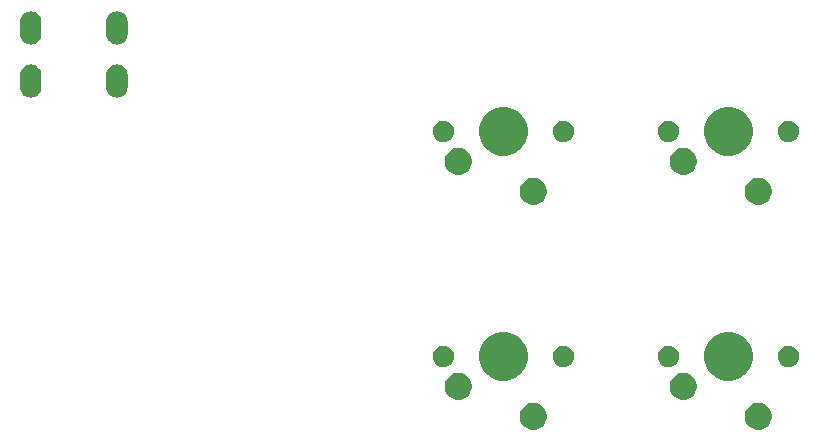
<source format=gts>
G04 #@! TF.GenerationSoftware,KiCad,Pcbnew,(5.1.5)-3*
G04 #@! TF.CreationDate,2020-04-03T11:19:55-04:00*
G04 #@! TF.ProjectId,Claw10 PCB,436c6177-3130-4205-9043-422e6b696361,rev?*
G04 #@! TF.SameCoordinates,Original*
G04 #@! TF.FileFunction,Soldermask,Top*
G04 #@! TF.FilePolarity,Negative*
%FSLAX46Y46*%
G04 Gerber Fmt 4.6, Leading zero omitted, Abs format (unit mm)*
G04 Created by KiCad (PCBNEW (5.1.5)-3) date 2020-04-03 11:19:55*
%MOMM*%
%LPD*%
G04 APERTURE LIST*
%ADD10C,0.100000*%
G04 APERTURE END LIST*
D10*
G36*
X104999549Y-51258616D02*
G01*
X105110734Y-51280732D01*
X105320203Y-51367497D01*
X105508720Y-51493460D01*
X105669040Y-51653780D01*
X105795003Y-51842297D01*
X105881768Y-52051766D01*
X105926000Y-52274136D01*
X105926000Y-52500864D01*
X105881768Y-52723234D01*
X105795003Y-52932703D01*
X105669040Y-53121220D01*
X105508720Y-53281540D01*
X105320203Y-53407503D01*
X105110734Y-53494268D01*
X104999549Y-53516384D01*
X104888365Y-53538500D01*
X104661635Y-53538500D01*
X104550451Y-53516384D01*
X104439266Y-53494268D01*
X104229797Y-53407503D01*
X104041280Y-53281540D01*
X103880960Y-53121220D01*
X103754997Y-52932703D01*
X103668232Y-52723234D01*
X103624000Y-52500864D01*
X103624000Y-52274136D01*
X103668232Y-52051766D01*
X103754997Y-51842297D01*
X103880960Y-51653780D01*
X104041280Y-51493460D01*
X104229797Y-51367497D01*
X104439266Y-51280732D01*
X104550451Y-51258616D01*
X104661635Y-51236500D01*
X104888365Y-51236500D01*
X104999549Y-51258616D01*
G37*
G36*
X85949549Y-51258616D02*
G01*
X86060734Y-51280732D01*
X86270203Y-51367497D01*
X86458720Y-51493460D01*
X86619040Y-51653780D01*
X86745003Y-51842297D01*
X86831768Y-52051766D01*
X86876000Y-52274136D01*
X86876000Y-52500864D01*
X86831768Y-52723234D01*
X86745003Y-52932703D01*
X86619040Y-53121220D01*
X86458720Y-53281540D01*
X86270203Y-53407503D01*
X86060734Y-53494268D01*
X85949549Y-53516384D01*
X85838365Y-53538500D01*
X85611635Y-53538500D01*
X85500451Y-53516384D01*
X85389266Y-53494268D01*
X85179797Y-53407503D01*
X84991280Y-53281540D01*
X84830960Y-53121220D01*
X84704997Y-52932703D01*
X84618232Y-52723234D01*
X84574000Y-52500864D01*
X84574000Y-52274136D01*
X84618232Y-52051766D01*
X84704997Y-51842297D01*
X84830960Y-51653780D01*
X84991280Y-51493460D01*
X85179797Y-51367497D01*
X85389266Y-51280732D01*
X85500451Y-51258616D01*
X85611635Y-51236500D01*
X85838365Y-51236500D01*
X85949549Y-51258616D01*
G37*
G36*
X98649549Y-48718616D02*
G01*
X98760734Y-48740732D01*
X98970203Y-48827497D01*
X99158720Y-48953460D01*
X99319040Y-49113780D01*
X99445003Y-49302297D01*
X99531768Y-49511766D01*
X99576000Y-49734136D01*
X99576000Y-49960864D01*
X99531768Y-50183234D01*
X99445003Y-50392703D01*
X99319040Y-50581220D01*
X99158720Y-50741540D01*
X98970203Y-50867503D01*
X98760734Y-50954268D01*
X98649549Y-50976384D01*
X98538365Y-50998500D01*
X98311635Y-50998500D01*
X98200451Y-50976384D01*
X98089266Y-50954268D01*
X97879797Y-50867503D01*
X97691280Y-50741540D01*
X97530960Y-50581220D01*
X97404997Y-50392703D01*
X97318232Y-50183234D01*
X97274000Y-49960864D01*
X97274000Y-49734136D01*
X97318232Y-49511766D01*
X97404997Y-49302297D01*
X97530960Y-49113780D01*
X97691280Y-48953460D01*
X97879797Y-48827497D01*
X98089266Y-48740732D01*
X98200451Y-48718616D01*
X98311635Y-48696500D01*
X98538365Y-48696500D01*
X98649549Y-48718616D01*
G37*
G36*
X79599549Y-48718616D02*
G01*
X79710734Y-48740732D01*
X79920203Y-48827497D01*
X80108720Y-48953460D01*
X80269040Y-49113780D01*
X80395003Y-49302297D01*
X80481768Y-49511766D01*
X80526000Y-49734136D01*
X80526000Y-49960864D01*
X80481768Y-50183234D01*
X80395003Y-50392703D01*
X80269040Y-50581220D01*
X80108720Y-50741540D01*
X79920203Y-50867503D01*
X79710734Y-50954268D01*
X79599549Y-50976384D01*
X79488365Y-50998500D01*
X79261635Y-50998500D01*
X79150451Y-50976384D01*
X79039266Y-50954268D01*
X78829797Y-50867503D01*
X78641280Y-50741540D01*
X78480960Y-50581220D01*
X78354997Y-50392703D01*
X78268232Y-50183234D01*
X78224000Y-49960864D01*
X78224000Y-49734136D01*
X78268232Y-49511766D01*
X78354997Y-49302297D01*
X78480960Y-49113780D01*
X78641280Y-48953460D01*
X78829797Y-48827497D01*
X79039266Y-48740732D01*
X79150451Y-48718616D01*
X79261635Y-48696500D01*
X79488365Y-48696500D01*
X79599549Y-48718616D01*
G37*
G36*
X102833254Y-45335318D02*
G01*
X103206511Y-45489926D01*
X103206513Y-45489927D01*
X103542436Y-45714384D01*
X103828116Y-46000064D01*
X104052574Y-46335989D01*
X104207182Y-46709246D01*
X104286000Y-47105493D01*
X104286000Y-47509507D01*
X104207182Y-47905754D01*
X104052574Y-48279011D01*
X104052573Y-48279013D01*
X103828116Y-48614936D01*
X103542436Y-48900616D01*
X103206513Y-49125073D01*
X103206512Y-49125074D01*
X103206511Y-49125074D01*
X102833254Y-49279682D01*
X102437007Y-49358500D01*
X102032993Y-49358500D01*
X101636746Y-49279682D01*
X101263489Y-49125074D01*
X101263488Y-49125074D01*
X101263487Y-49125073D01*
X100927564Y-48900616D01*
X100641884Y-48614936D01*
X100417427Y-48279013D01*
X100417426Y-48279011D01*
X100262818Y-47905754D01*
X100184000Y-47509507D01*
X100184000Y-47105493D01*
X100262818Y-46709246D01*
X100417426Y-46335989D01*
X100641884Y-46000064D01*
X100927564Y-45714384D01*
X101263487Y-45489927D01*
X101263489Y-45489926D01*
X101636746Y-45335318D01*
X102032993Y-45256500D01*
X102437007Y-45256500D01*
X102833254Y-45335318D01*
G37*
G36*
X83783254Y-45335318D02*
G01*
X84156511Y-45489926D01*
X84156513Y-45489927D01*
X84492436Y-45714384D01*
X84778116Y-46000064D01*
X85002574Y-46335989D01*
X85157182Y-46709246D01*
X85236000Y-47105493D01*
X85236000Y-47509507D01*
X85157182Y-47905754D01*
X85002574Y-48279011D01*
X85002573Y-48279013D01*
X84778116Y-48614936D01*
X84492436Y-48900616D01*
X84156513Y-49125073D01*
X84156512Y-49125074D01*
X84156511Y-49125074D01*
X83783254Y-49279682D01*
X83387007Y-49358500D01*
X82982993Y-49358500D01*
X82586746Y-49279682D01*
X82213489Y-49125074D01*
X82213488Y-49125074D01*
X82213487Y-49125073D01*
X81877564Y-48900616D01*
X81591884Y-48614936D01*
X81367427Y-48279013D01*
X81367426Y-48279011D01*
X81212818Y-47905754D01*
X81134000Y-47509507D01*
X81134000Y-47105493D01*
X81212818Y-46709246D01*
X81367426Y-46335989D01*
X81591884Y-46000064D01*
X81877564Y-45714384D01*
X82213487Y-45489927D01*
X82213489Y-45489926D01*
X82586746Y-45335318D01*
X82982993Y-45256500D01*
X83387007Y-45256500D01*
X83783254Y-45335318D01*
G37*
G36*
X107428512Y-46411427D02*
G01*
X107577812Y-46441124D01*
X107741784Y-46509044D01*
X107889354Y-46607647D01*
X108014853Y-46733146D01*
X108113456Y-46880716D01*
X108181376Y-47044688D01*
X108216000Y-47218759D01*
X108216000Y-47396241D01*
X108181376Y-47570312D01*
X108113456Y-47734284D01*
X108014853Y-47881854D01*
X107889354Y-48007353D01*
X107741784Y-48105956D01*
X107577812Y-48173876D01*
X107428512Y-48203573D01*
X107403742Y-48208500D01*
X107226258Y-48208500D01*
X107201488Y-48203573D01*
X107052188Y-48173876D01*
X106888216Y-48105956D01*
X106740646Y-48007353D01*
X106615147Y-47881854D01*
X106516544Y-47734284D01*
X106448624Y-47570312D01*
X106414000Y-47396241D01*
X106414000Y-47218759D01*
X106448624Y-47044688D01*
X106516544Y-46880716D01*
X106615147Y-46733146D01*
X106740646Y-46607647D01*
X106888216Y-46509044D01*
X107052188Y-46441124D01*
X107201488Y-46411427D01*
X107226258Y-46406500D01*
X107403742Y-46406500D01*
X107428512Y-46411427D01*
G37*
G36*
X97268512Y-46411427D02*
G01*
X97417812Y-46441124D01*
X97581784Y-46509044D01*
X97729354Y-46607647D01*
X97854853Y-46733146D01*
X97953456Y-46880716D01*
X98021376Y-47044688D01*
X98056000Y-47218759D01*
X98056000Y-47396241D01*
X98021376Y-47570312D01*
X97953456Y-47734284D01*
X97854853Y-47881854D01*
X97729354Y-48007353D01*
X97581784Y-48105956D01*
X97417812Y-48173876D01*
X97268512Y-48203573D01*
X97243742Y-48208500D01*
X97066258Y-48208500D01*
X97041488Y-48203573D01*
X96892188Y-48173876D01*
X96728216Y-48105956D01*
X96580646Y-48007353D01*
X96455147Y-47881854D01*
X96356544Y-47734284D01*
X96288624Y-47570312D01*
X96254000Y-47396241D01*
X96254000Y-47218759D01*
X96288624Y-47044688D01*
X96356544Y-46880716D01*
X96455147Y-46733146D01*
X96580646Y-46607647D01*
X96728216Y-46509044D01*
X96892188Y-46441124D01*
X97041488Y-46411427D01*
X97066258Y-46406500D01*
X97243742Y-46406500D01*
X97268512Y-46411427D01*
G37*
G36*
X88378512Y-46411427D02*
G01*
X88527812Y-46441124D01*
X88691784Y-46509044D01*
X88839354Y-46607647D01*
X88964853Y-46733146D01*
X89063456Y-46880716D01*
X89131376Y-47044688D01*
X89166000Y-47218759D01*
X89166000Y-47396241D01*
X89131376Y-47570312D01*
X89063456Y-47734284D01*
X88964853Y-47881854D01*
X88839354Y-48007353D01*
X88691784Y-48105956D01*
X88527812Y-48173876D01*
X88378512Y-48203573D01*
X88353742Y-48208500D01*
X88176258Y-48208500D01*
X88151488Y-48203573D01*
X88002188Y-48173876D01*
X87838216Y-48105956D01*
X87690646Y-48007353D01*
X87565147Y-47881854D01*
X87466544Y-47734284D01*
X87398624Y-47570312D01*
X87364000Y-47396241D01*
X87364000Y-47218759D01*
X87398624Y-47044688D01*
X87466544Y-46880716D01*
X87565147Y-46733146D01*
X87690646Y-46607647D01*
X87838216Y-46509044D01*
X88002188Y-46441124D01*
X88151488Y-46411427D01*
X88176258Y-46406500D01*
X88353742Y-46406500D01*
X88378512Y-46411427D01*
G37*
G36*
X78218512Y-46411427D02*
G01*
X78367812Y-46441124D01*
X78531784Y-46509044D01*
X78679354Y-46607647D01*
X78804853Y-46733146D01*
X78903456Y-46880716D01*
X78971376Y-47044688D01*
X79006000Y-47218759D01*
X79006000Y-47396241D01*
X78971376Y-47570312D01*
X78903456Y-47734284D01*
X78804853Y-47881854D01*
X78679354Y-48007353D01*
X78531784Y-48105956D01*
X78367812Y-48173876D01*
X78218512Y-48203573D01*
X78193742Y-48208500D01*
X78016258Y-48208500D01*
X77991488Y-48203573D01*
X77842188Y-48173876D01*
X77678216Y-48105956D01*
X77530646Y-48007353D01*
X77405147Y-47881854D01*
X77306544Y-47734284D01*
X77238624Y-47570312D01*
X77204000Y-47396241D01*
X77204000Y-47218759D01*
X77238624Y-47044688D01*
X77306544Y-46880716D01*
X77405147Y-46733146D01*
X77530646Y-46607647D01*
X77678216Y-46509044D01*
X77842188Y-46441124D01*
X77991488Y-46411427D01*
X78016258Y-46406500D01*
X78193742Y-46406500D01*
X78218512Y-46411427D01*
G37*
G36*
X104999549Y-32208616D02*
G01*
X105110734Y-32230732D01*
X105320203Y-32317497D01*
X105508720Y-32443460D01*
X105669040Y-32603780D01*
X105795003Y-32792297D01*
X105881768Y-33001766D01*
X105926000Y-33224136D01*
X105926000Y-33450864D01*
X105881768Y-33673234D01*
X105795003Y-33882703D01*
X105669040Y-34071220D01*
X105508720Y-34231540D01*
X105320203Y-34357503D01*
X105110734Y-34444268D01*
X104999549Y-34466384D01*
X104888365Y-34488500D01*
X104661635Y-34488500D01*
X104550451Y-34466384D01*
X104439266Y-34444268D01*
X104229797Y-34357503D01*
X104041280Y-34231540D01*
X103880960Y-34071220D01*
X103754997Y-33882703D01*
X103668232Y-33673234D01*
X103624000Y-33450864D01*
X103624000Y-33224136D01*
X103668232Y-33001766D01*
X103754997Y-32792297D01*
X103880960Y-32603780D01*
X104041280Y-32443460D01*
X104229797Y-32317497D01*
X104439266Y-32230732D01*
X104550451Y-32208616D01*
X104661635Y-32186500D01*
X104888365Y-32186500D01*
X104999549Y-32208616D01*
G37*
G36*
X85949549Y-32208616D02*
G01*
X86060734Y-32230732D01*
X86270203Y-32317497D01*
X86458720Y-32443460D01*
X86619040Y-32603780D01*
X86745003Y-32792297D01*
X86831768Y-33001766D01*
X86876000Y-33224136D01*
X86876000Y-33450864D01*
X86831768Y-33673234D01*
X86745003Y-33882703D01*
X86619040Y-34071220D01*
X86458720Y-34231540D01*
X86270203Y-34357503D01*
X86060734Y-34444268D01*
X85949549Y-34466384D01*
X85838365Y-34488500D01*
X85611635Y-34488500D01*
X85500451Y-34466384D01*
X85389266Y-34444268D01*
X85179797Y-34357503D01*
X84991280Y-34231540D01*
X84830960Y-34071220D01*
X84704997Y-33882703D01*
X84618232Y-33673234D01*
X84574000Y-33450864D01*
X84574000Y-33224136D01*
X84618232Y-33001766D01*
X84704997Y-32792297D01*
X84830960Y-32603780D01*
X84991280Y-32443460D01*
X85179797Y-32317497D01*
X85389266Y-32230732D01*
X85500451Y-32208616D01*
X85611635Y-32186500D01*
X85838365Y-32186500D01*
X85949549Y-32208616D01*
G37*
G36*
X79599549Y-29668616D02*
G01*
X79710734Y-29690732D01*
X79920203Y-29777497D01*
X80108720Y-29903460D01*
X80269040Y-30063780D01*
X80395003Y-30252297D01*
X80481768Y-30461766D01*
X80526000Y-30684136D01*
X80526000Y-30910864D01*
X80481768Y-31133234D01*
X80395003Y-31342703D01*
X80269040Y-31531220D01*
X80108720Y-31691540D01*
X79920203Y-31817503D01*
X79710734Y-31904268D01*
X79599549Y-31926384D01*
X79488365Y-31948500D01*
X79261635Y-31948500D01*
X79150451Y-31926384D01*
X79039266Y-31904268D01*
X78829797Y-31817503D01*
X78641280Y-31691540D01*
X78480960Y-31531220D01*
X78354997Y-31342703D01*
X78268232Y-31133234D01*
X78224000Y-30910864D01*
X78224000Y-30684136D01*
X78268232Y-30461766D01*
X78354997Y-30252297D01*
X78480960Y-30063780D01*
X78641280Y-29903460D01*
X78829797Y-29777497D01*
X79039266Y-29690732D01*
X79150451Y-29668616D01*
X79261635Y-29646500D01*
X79488365Y-29646500D01*
X79599549Y-29668616D01*
G37*
G36*
X98649549Y-29668616D02*
G01*
X98760734Y-29690732D01*
X98970203Y-29777497D01*
X99158720Y-29903460D01*
X99319040Y-30063780D01*
X99445003Y-30252297D01*
X99531768Y-30461766D01*
X99576000Y-30684136D01*
X99576000Y-30910864D01*
X99531768Y-31133234D01*
X99445003Y-31342703D01*
X99319040Y-31531220D01*
X99158720Y-31691540D01*
X98970203Y-31817503D01*
X98760734Y-31904268D01*
X98649549Y-31926384D01*
X98538365Y-31948500D01*
X98311635Y-31948500D01*
X98200451Y-31926384D01*
X98089266Y-31904268D01*
X97879797Y-31817503D01*
X97691280Y-31691540D01*
X97530960Y-31531220D01*
X97404997Y-31342703D01*
X97318232Y-31133234D01*
X97274000Y-30910864D01*
X97274000Y-30684136D01*
X97318232Y-30461766D01*
X97404997Y-30252297D01*
X97530960Y-30063780D01*
X97691280Y-29903460D01*
X97879797Y-29777497D01*
X98089266Y-29690732D01*
X98200451Y-29668616D01*
X98311635Y-29646500D01*
X98538365Y-29646500D01*
X98649549Y-29668616D01*
G37*
G36*
X102833254Y-26285318D02*
G01*
X103206511Y-26439926D01*
X103206513Y-26439927D01*
X103542436Y-26664384D01*
X103828116Y-26950064D01*
X104052574Y-27285989D01*
X104207182Y-27659246D01*
X104286000Y-28055493D01*
X104286000Y-28459507D01*
X104207182Y-28855754D01*
X104052574Y-29229011D01*
X104052573Y-29229013D01*
X103828116Y-29564936D01*
X103542436Y-29850616D01*
X103206513Y-30075073D01*
X103206512Y-30075074D01*
X103206511Y-30075074D01*
X102833254Y-30229682D01*
X102437007Y-30308500D01*
X102032993Y-30308500D01*
X101636746Y-30229682D01*
X101263489Y-30075074D01*
X101263488Y-30075074D01*
X101263487Y-30075073D01*
X100927564Y-29850616D01*
X100641884Y-29564936D01*
X100417427Y-29229013D01*
X100417426Y-29229011D01*
X100262818Y-28855754D01*
X100184000Y-28459507D01*
X100184000Y-28055493D01*
X100262818Y-27659246D01*
X100417426Y-27285989D01*
X100641884Y-26950064D01*
X100927564Y-26664384D01*
X101263487Y-26439927D01*
X101263489Y-26439926D01*
X101636746Y-26285318D01*
X102032993Y-26206500D01*
X102437007Y-26206500D01*
X102833254Y-26285318D01*
G37*
G36*
X83783254Y-26285318D02*
G01*
X84156511Y-26439926D01*
X84156513Y-26439927D01*
X84492436Y-26664384D01*
X84778116Y-26950064D01*
X85002574Y-27285989D01*
X85157182Y-27659246D01*
X85236000Y-28055493D01*
X85236000Y-28459507D01*
X85157182Y-28855754D01*
X85002574Y-29229011D01*
X85002573Y-29229013D01*
X84778116Y-29564936D01*
X84492436Y-29850616D01*
X84156513Y-30075073D01*
X84156512Y-30075074D01*
X84156511Y-30075074D01*
X83783254Y-30229682D01*
X83387007Y-30308500D01*
X82982993Y-30308500D01*
X82586746Y-30229682D01*
X82213489Y-30075074D01*
X82213488Y-30075074D01*
X82213487Y-30075073D01*
X81877564Y-29850616D01*
X81591884Y-29564936D01*
X81367427Y-29229013D01*
X81367426Y-29229011D01*
X81212818Y-28855754D01*
X81134000Y-28459507D01*
X81134000Y-28055493D01*
X81212818Y-27659246D01*
X81367426Y-27285989D01*
X81591884Y-26950064D01*
X81877564Y-26664384D01*
X82213487Y-26439927D01*
X82213489Y-26439926D01*
X82586746Y-26285318D01*
X82982993Y-26206500D01*
X83387007Y-26206500D01*
X83783254Y-26285318D01*
G37*
G36*
X97268512Y-27361427D02*
G01*
X97417812Y-27391124D01*
X97581784Y-27459044D01*
X97729354Y-27557647D01*
X97854853Y-27683146D01*
X97953456Y-27830716D01*
X98021376Y-27994688D01*
X98056000Y-28168759D01*
X98056000Y-28346241D01*
X98021376Y-28520312D01*
X97953456Y-28684284D01*
X97854853Y-28831854D01*
X97729354Y-28957353D01*
X97581784Y-29055956D01*
X97417812Y-29123876D01*
X97268512Y-29153573D01*
X97243742Y-29158500D01*
X97066258Y-29158500D01*
X97041488Y-29153573D01*
X96892188Y-29123876D01*
X96728216Y-29055956D01*
X96580646Y-28957353D01*
X96455147Y-28831854D01*
X96356544Y-28684284D01*
X96288624Y-28520312D01*
X96254000Y-28346241D01*
X96254000Y-28168759D01*
X96288624Y-27994688D01*
X96356544Y-27830716D01*
X96455147Y-27683146D01*
X96580646Y-27557647D01*
X96728216Y-27459044D01*
X96892188Y-27391124D01*
X97041488Y-27361427D01*
X97066258Y-27356500D01*
X97243742Y-27356500D01*
X97268512Y-27361427D01*
G37*
G36*
X107428512Y-27361427D02*
G01*
X107577812Y-27391124D01*
X107741784Y-27459044D01*
X107889354Y-27557647D01*
X108014853Y-27683146D01*
X108113456Y-27830716D01*
X108181376Y-27994688D01*
X108216000Y-28168759D01*
X108216000Y-28346241D01*
X108181376Y-28520312D01*
X108113456Y-28684284D01*
X108014853Y-28831854D01*
X107889354Y-28957353D01*
X107741784Y-29055956D01*
X107577812Y-29123876D01*
X107428512Y-29153573D01*
X107403742Y-29158500D01*
X107226258Y-29158500D01*
X107201488Y-29153573D01*
X107052188Y-29123876D01*
X106888216Y-29055956D01*
X106740646Y-28957353D01*
X106615147Y-28831854D01*
X106516544Y-28684284D01*
X106448624Y-28520312D01*
X106414000Y-28346241D01*
X106414000Y-28168759D01*
X106448624Y-27994688D01*
X106516544Y-27830716D01*
X106615147Y-27683146D01*
X106740646Y-27557647D01*
X106888216Y-27459044D01*
X107052188Y-27391124D01*
X107201488Y-27361427D01*
X107226258Y-27356500D01*
X107403742Y-27356500D01*
X107428512Y-27361427D01*
G37*
G36*
X88378512Y-27361427D02*
G01*
X88527812Y-27391124D01*
X88691784Y-27459044D01*
X88839354Y-27557647D01*
X88964853Y-27683146D01*
X89063456Y-27830716D01*
X89131376Y-27994688D01*
X89166000Y-28168759D01*
X89166000Y-28346241D01*
X89131376Y-28520312D01*
X89063456Y-28684284D01*
X88964853Y-28831854D01*
X88839354Y-28957353D01*
X88691784Y-29055956D01*
X88527812Y-29123876D01*
X88378512Y-29153573D01*
X88353742Y-29158500D01*
X88176258Y-29158500D01*
X88151488Y-29153573D01*
X88002188Y-29123876D01*
X87838216Y-29055956D01*
X87690646Y-28957353D01*
X87565147Y-28831854D01*
X87466544Y-28684284D01*
X87398624Y-28520312D01*
X87364000Y-28346241D01*
X87364000Y-28168759D01*
X87398624Y-27994688D01*
X87466544Y-27830716D01*
X87565147Y-27683146D01*
X87690646Y-27557647D01*
X87838216Y-27459044D01*
X88002188Y-27391124D01*
X88151488Y-27361427D01*
X88176258Y-27356500D01*
X88353742Y-27356500D01*
X88378512Y-27361427D01*
G37*
G36*
X78218512Y-27361427D02*
G01*
X78367812Y-27391124D01*
X78531784Y-27459044D01*
X78679354Y-27557647D01*
X78804853Y-27683146D01*
X78903456Y-27830716D01*
X78971376Y-27994688D01*
X79006000Y-28168759D01*
X79006000Y-28346241D01*
X78971376Y-28520312D01*
X78903456Y-28684284D01*
X78804853Y-28831854D01*
X78679354Y-28957353D01*
X78531784Y-29055956D01*
X78367812Y-29123876D01*
X78218512Y-29153573D01*
X78193742Y-29158500D01*
X78016258Y-29158500D01*
X77991488Y-29153573D01*
X77842188Y-29123876D01*
X77678216Y-29055956D01*
X77530646Y-28957353D01*
X77405147Y-28831854D01*
X77306544Y-28684284D01*
X77238624Y-28520312D01*
X77204000Y-28346241D01*
X77204000Y-28168759D01*
X77238624Y-27994688D01*
X77306544Y-27830716D01*
X77405147Y-27683146D01*
X77530646Y-27557647D01*
X77678216Y-27459044D01*
X77842188Y-27391124D01*
X77991488Y-27361427D01*
X78016258Y-27356500D01*
X78193742Y-27356500D01*
X78218512Y-27361427D01*
G37*
G36*
X43351627Y-22615037D02*
G01*
X43521466Y-22666557D01*
X43677991Y-22750222D01*
X43713729Y-22779552D01*
X43815186Y-22862814D01*
X43898448Y-22964271D01*
X43927778Y-23000009D01*
X44011443Y-23156534D01*
X44062963Y-23326373D01*
X44076000Y-23458742D01*
X44076000Y-24547258D01*
X44062963Y-24679627D01*
X44011443Y-24849466D01*
X43927778Y-25005991D01*
X43898448Y-25041729D01*
X43815186Y-25143186D01*
X43677989Y-25255779D01*
X43521467Y-25339442D01*
X43521465Y-25339443D01*
X43351626Y-25390963D01*
X43175000Y-25408359D01*
X42998373Y-25390963D01*
X42828534Y-25339443D01*
X42672009Y-25255778D01*
X42636271Y-25226448D01*
X42534814Y-25143186D01*
X42422221Y-25005989D01*
X42338558Y-24849467D01*
X42338557Y-24849465D01*
X42287037Y-24679626D01*
X42274000Y-24547257D01*
X42274001Y-23458742D01*
X42287038Y-23326373D01*
X42338558Y-23156534D01*
X42422223Y-23000009D01*
X42451553Y-22964271D01*
X42534815Y-22862814D01*
X42636272Y-22779552D01*
X42672010Y-22750222D01*
X42828535Y-22666557D01*
X42998374Y-22615037D01*
X43175000Y-22597641D01*
X43351627Y-22615037D01*
G37*
G36*
X50651627Y-22615037D02*
G01*
X50821466Y-22666557D01*
X50977991Y-22750222D01*
X51013729Y-22779552D01*
X51115186Y-22862814D01*
X51198448Y-22964271D01*
X51227778Y-23000009D01*
X51311443Y-23156534D01*
X51362963Y-23326373D01*
X51376000Y-23458742D01*
X51376000Y-24547258D01*
X51362963Y-24679627D01*
X51311443Y-24849466D01*
X51227778Y-25005991D01*
X51198448Y-25041729D01*
X51115186Y-25143186D01*
X50977989Y-25255779D01*
X50821467Y-25339442D01*
X50821465Y-25339443D01*
X50651626Y-25390963D01*
X50475000Y-25408359D01*
X50298373Y-25390963D01*
X50128534Y-25339443D01*
X49972009Y-25255778D01*
X49936271Y-25226448D01*
X49834814Y-25143186D01*
X49722221Y-25005989D01*
X49638558Y-24849467D01*
X49638557Y-24849465D01*
X49587037Y-24679626D01*
X49574000Y-24547257D01*
X49574001Y-23458742D01*
X49587038Y-23326373D01*
X49638558Y-23156534D01*
X49722223Y-23000009D01*
X49751553Y-22964271D01*
X49834815Y-22862814D01*
X49936272Y-22779552D01*
X49972010Y-22750222D01*
X50128535Y-22666557D01*
X50298374Y-22615037D01*
X50475000Y-22597641D01*
X50651627Y-22615037D01*
G37*
G36*
X43351627Y-18115037D02*
G01*
X43521466Y-18166557D01*
X43677991Y-18250222D01*
X43713729Y-18279552D01*
X43815186Y-18362814D01*
X43898448Y-18464271D01*
X43927778Y-18500009D01*
X44011443Y-18656534D01*
X44062963Y-18826373D01*
X44076000Y-18958742D01*
X44076000Y-20047258D01*
X44062963Y-20179627D01*
X44011443Y-20349466D01*
X43927778Y-20505991D01*
X43898448Y-20541729D01*
X43815186Y-20643186D01*
X43677989Y-20755779D01*
X43521467Y-20839442D01*
X43521465Y-20839443D01*
X43351626Y-20890963D01*
X43175000Y-20908359D01*
X42998373Y-20890963D01*
X42828534Y-20839443D01*
X42672009Y-20755778D01*
X42636271Y-20726448D01*
X42534814Y-20643186D01*
X42422221Y-20505989D01*
X42338558Y-20349467D01*
X42338557Y-20349465D01*
X42287037Y-20179626D01*
X42274000Y-20047257D01*
X42274001Y-18958742D01*
X42287038Y-18826373D01*
X42338558Y-18656534D01*
X42422223Y-18500009D01*
X42451553Y-18464271D01*
X42534815Y-18362814D01*
X42636272Y-18279552D01*
X42672010Y-18250222D01*
X42828535Y-18166557D01*
X42998374Y-18115037D01*
X43175000Y-18097641D01*
X43351627Y-18115037D01*
G37*
G36*
X50651627Y-18115037D02*
G01*
X50821466Y-18166557D01*
X50977991Y-18250222D01*
X51013729Y-18279552D01*
X51115186Y-18362814D01*
X51198448Y-18464271D01*
X51227778Y-18500009D01*
X51311443Y-18656534D01*
X51362963Y-18826373D01*
X51376000Y-18958742D01*
X51376000Y-20047258D01*
X51362963Y-20179627D01*
X51311443Y-20349466D01*
X51227778Y-20505991D01*
X51198448Y-20541729D01*
X51115186Y-20643186D01*
X50977989Y-20755779D01*
X50821467Y-20839442D01*
X50821465Y-20839443D01*
X50651626Y-20890963D01*
X50475000Y-20908359D01*
X50298373Y-20890963D01*
X50128534Y-20839443D01*
X49972009Y-20755778D01*
X49936271Y-20726448D01*
X49834814Y-20643186D01*
X49722221Y-20505989D01*
X49638558Y-20349467D01*
X49638557Y-20349465D01*
X49587037Y-20179626D01*
X49574000Y-20047257D01*
X49574001Y-18958742D01*
X49587038Y-18826373D01*
X49638558Y-18656534D01*
X49722223Y-18500009D01*
X49751553Y-18464271D01*
X49834815Y-18362814D01*
X49936272Y-18279552D01*
X49972010Y-18250222D01*
X50128535Y-18166557D01*
X50298374Y-18115037D01*
X50475000Y-18097641D01*
X50651627Y-18115037D01*
G37*
M02*

</source>
